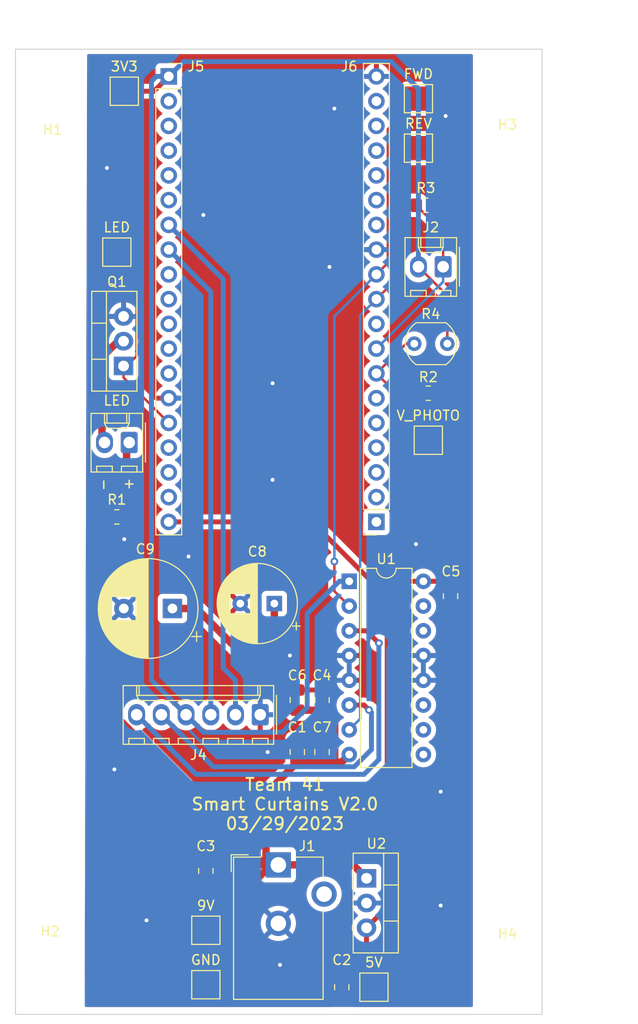
<source format=kicad_pcb>
(kicad_pcb (version 20211014) (generator pcbnew)
  (title_block (title "Smart Curtains") (date "2023-04-16") (rev "v2.0") (company "Davenport Konda Mauschbaugh Inc."))
  (layers (0 "F.Cu" signal) (31 "B.Cu" signal) (34 "B.Paste" user) (35 "F.Paste" user) (36 "B.SilkS" user "B.Silkscreen") (37 "F.SilkS" user "F.Silkscreen") (38 "B.Mask" user) (39 "F.Mask" user) (44 "Edge.Cuts" user))
  (net 0 "")
  (net 1 "+5V")
  (net 2 "GND")
  (net 3 "+9V")
  (net 4 "/FWD")
  (net 5 "/REV")
  (net 6 "/LED")
  (net 9 "/ENCODER2")
  (net 10 "/ENCODER1")
  (net 11 "+3V3")
  (net 12 "/V_PHOTO")
  (net 27 "Net-(J3-Pad1)")
  (net 28 "Net-(J3-Pad2)")
  (net 29 "Net-(J4-Pad5)")
  (net 30 "Net-(J4-Pad6)")
  (net 31 "Net-(R3-Pad1)")
  (footprint "Connector_Molex:Molex_KK-254_AE-6410-06A_1x06_P2.54mm_Vertical" (layer "F.Cu") (at 213.36 101.072 180)
    (fp_text reference "J4" (at 6.35 -4.12) (layer "F.SilkS"))
    (fp_text value "MOTOR")
    (pad "1" thru_hole roundrect (at 0 0 180) (size 1.74 2.19) (drill 1.19) (layers *.Cu *.Mask) (roundrect_rratio 0.1436781609) (net 2 "GND"))
    (pad "2" thru_hole oval (at 2.54 0 180) (size 1.74 2.19) (drill 1.19) (layers *.Cu *.Mask) (net 9 "/ENCODER2"))
    (pad "3" thru_hole oval (at 5.08 0 180) (size 1.74 2.19) (drill 1.19) (layers *.Cu *.Mask) (net 10 "/ENCODER1"))
    (pad "4" thru_hole oval (at 7.62 0 180) (size 1.74 2.19) (drill 1.19) (layers *.Cu *.Mask) (net 11 "+3V3"))
    (pad "5" thru_hole oval (at 10.16 0 180) (size 1.74 2.19) (drill 1.19) (layers *.Cu *.Mask) (net 29 "Net-(J4-Pad5)"))
    (pad "6" thru_hole oval (at 12.7 0 180) (size 1.74 2.19) (drill 1.19) (layers *.Cu *.Mask) (net 30 "Net-(J4-Pad6)"))
  )
  (footprint "Capacitor_THT:CP_Radial_D10.0mm_P5.00mm" (layer "F.Cu") (at 204.342248 90.17 180)
    (fp_text reference "C9" (at 2.794 6.096) (layer "F.SilkS"))
    (fp_text value "470u")
    (pad "1" thru_hole rect (at 0 0 180) (size 2 2) (drill 1) (layers *.Cu *.Mask) (net 3 "+9V"))
    (pad "2" thru_hole circle (at 5 0 180) (size 2 2) (drill 1) (layers *.Cu *.Mask) (net 2 "GND"))
  )
  (footprint "Capacitor_SMD:C_0805_2012Metric_Pad1.18x1.45mm_HandSolder" (layer "F.Cu") (at 207.772 117.094 -90)
    (fp_text reference "C3" (at -2.54 0) (layer "F.SilkS"))
    (fp_text value "0.33u")
    (pad "1" smd roundrect (at -1.0375 0 270) (size 1.175 1.45) (layers "F.Cu" "F.Paste" "F.Mask") (roundrect_rratio 0.2127659574) (net 3 "+9V"))
    (pad "2" smd roundrect (at 1.0375 0 270) (size 1.175 1.45) (layers "F.Cu" "F.Paste" "F.Mask") (roundrect_rratio 0.2127659574) (net 2 "GND"))
  )
  (footprint "TestPoint:TestPoint_Pad_2.5x2.5mm" (layer "F.Cu") (at 225.044 129.032)
    (fp_text reference "TP3" hide)
    (fp_text value "5V")
    (fp_text user "5V" (at 0 -2.54 unlocked) (layer "F.SilkS"))
    (pad "1" smd rect (at 0 0) (size 2.5 2.5) (layers "F.Cu" "F.Mask") (net 1 "+5V"))
  )
  (footprint "Capacitor_THT:CP_Radial_D8.0mm_P3.50mm" (layer "F.Cu") (at 214.808134 89.662 180)
    (fp_text reference "C8" (at 1.75 5.334) (layer "F.SilkS"))
    (fp_text value "220u")
    (pad "1" thru_hole rect (at 0 0 180) (size 1.6 1.6) (drill 0.8) (layers *.Cu *.Mask) (net 3 "+9V"))
    (pad "2" thru_hole circle (at 3.5 0 180) (size 1.6 1.6) (drill 0.8) (layers *.Cu *.Mask) (net 2 "GND"))
  )
  (footprint "TestPoint:TestPoint_Pad_2.5x2.5mm" (layer "F.Cu") (at 207.772 123.19)
    (fp_text reference "TP2" hide)
    (fp_text value "9V")
    (fp_text user "9V" (at 0 -2.54 unlocked) (layer "F.SilkS"))
    (pad "1" smd rect (at 0 0) (size 2.5 2.5) (layers "F.Cu" "F.Mask") (net 3 "+9V"))
  )
  (footprint "TestPoint:TestPoint_Pad_2.5x2.5mm" (layer "F.Cu") (at 230.632 72.898)
    (fp_text reference "TP8" hide)
    (fp_text value "V_PHOTO")
    (fp_text user "V_PHOTO" (at 0 -2.54 unlocked) (layer "F.SilkS"))
    (pad "1" smd rect (at 0 0) (size 2.5 2.5) (layers "F.Cu" "F.Mask") (net 12 "/V_PHOTO"))
  )
  (footprint "Package_DIP:DIP-16_W7.62mm" (layer "F.Cu") (at 222.504 87.376)
    (fp_text reference "U1" (at 3.81 -2.286 180) (layer "F.SilkS"))
    (fp_text value "L293D")
    (pad "1" thru_hole rect (at 0 0) (size 1.6 1.6) (drill 0.8) (layers *.Cu *.Mask) (net 11 "+3V3"))
    (pad "2" thru_hole oval (at 0 2.54) (size 1.6 1.6) (drill 0.8) (layers *.Cu *.Mask) (net 4 "/FWD"))
    (pad "3" thru_hole oval (at 0 5.08) (size 1.6 1.6) (drill 0.8) (layers *.Cu *.Mask) (net 30 "Net-(J4-Pad6)"))
    (pad "4" thru_hole oval (at 0 7.62) (size 1.6 1.6) (drill 0.8) (layers *.Cu *.Mask) (net 2 "GND"))
    (pad "5" thru_hole oval (at 0 10.16) (size 1.6 1.6) (drill 0.8) (layers *.Cu *.Mask) (net 2 "GND"))
    (pad "6" thru_hole oval (at 0 12.7) (size 1.6 1.6) (drill 0.8) (layers *.Cu *.Mask) (net 29 "Net-(J4-Pad5)"))
    (pad "7" thru_hole oval (at 0 15.24) (size 1.6 1.6) (drill 0.8) (layers *.Cu *.Mask) (net 5 "/REV"))
    (pad "8" thru_hole oval (at 0 17.78) (size 1.6 1.6) (drill 0.8) (layers *.Cu *.Mask) (net 3 "+9V"))
    (pad "9" thru_hole oval (at 7.62 17.78) (size 1.6 1.6) (drill 0.8) (layers *.Cu *.Mask))
    (pad "10" thru_hole oval (at 7.62 15.24) (size 1.6 1.6) (drill 0.8) (layers *.Cu *.Mask))
    (pad "11" thru_hole oval (at 7.62 12.7) (size 1.6 1.6) (drill 0.8) (layers *.Cu *.Mask))
    (pad "12" thru_hole oval (at 7.62 10.16) (size 1.6 1.6) (drill 0.8) (layers *.Cu *.Mask) (net 2 "GND"))
    (pad "13" thru_hole oval (at 7.62 7.62) (size 1.6 1.6) (drill 0.8) (layers *.Cu *.Mask) (net 2 "GND"))
    (pad "14" thru_hole oval (at 7.62 5.08) (size 1.6 1.6) (drill 0.8) (layers *.Cu *.Mask))
    (pad "15" thru_hole oval (at 7.62 2.54) (size 1.6 1.6) (drill 0.8) (layers *.Cu *.Mask))
    (pad "16" thru_hole oval (at 7.62 0) (size 1.6 1.6) (drill 0.8) (layers *.Cu *.Mask) (net 1 "+5V"))
  )
  (footprint "Capacitor_SMD:C_0805_2012Metric_Pad1.18x1.45mm_HandSolder" (layer "F.Cu") (at 217.17 104.902 90)
    (fp_text reference "C1" (at 2.54 0) (layer "F.SilkS"))
    (fp_text value "0.1u")
    (pad "1" smd roundrect (at -1.0375 0 90) (size 1.175 1.45) (layers "F.Cu" "F.Paste" "F.Mask") (roundrect_rratio 0.2127659574) (net 3 "+9V"))
    (pad "2" smd roundrect (at 1.0375 0 90) (size 1.175 1.45) (layers "F.Cu" "F.Paste" "F.Mask") (roundrect_rratio 0.2127659574) (net 2 "GND"))
  )
  (footprint "MountingHole:MountingHole_3.2mm_M3" (layer "F.Cu") (at 238.76 36.322 180)
    (fp_text reference "H3" (at 0 -4.2) (layer "F.SilkS"))
    (fp_text value "MountingHole")
    (pad "" np_thru_hole circle (at 0 0 180) (size 3.2 3.2) (drill 3.2) (layers *.Cu *.Mask))
  )
  (footprint "Resistor_SMD:R_0805_2012Metric_Pad1.20x1.40mm_HandSolder" (layer "F.Cu") (at 230.378 48.788)
    (fp_text reference "R3" (at 0 -1.778) (layer "F.SilkS"))
    (fp_text value "10k")
    (pad "1" smd roundrect (at -1 0) (size 1.2 1.4) (layers "F.Cu" "F.Paste" "F.Mask") (roundrect_rratio 0.2083333333) (net 31 "Net-(R3-Pad1)"))
    (pad "2" smd roundrect (at 1 0) (size 1.2 1.4) (layers "F.Cu" "F.Paste" "F.Mask") (roundrect_rratio 0.2083333333) (net 2 "GND"))
  )
  (footprint "TestPoint:TestPoint_Pad_2.5x2.5mm" (layer "F.Cu") (at 229.616 37.846)
    (fp_text reference "TP5" hide)
    (fp_text value "FWD")
    (fp_text user "FWD" (at 0 -2.518 unlocked) (layer "F.SilkS"))
    (pad "1" smd rect (at 0 0) (size 2.5 2.5) (layers "F.Cu" "F.Mask") (net 4 "/FWD"))
  )
  (footprint "Connector_PinSocket_2.54mm:PinSocket_1x19_P2.54mm_Vertical" (layer "F.Cu") (at 203.962 35.56)
    (fp_text reference "J5" (at 2.794 -1.016) (layer "F.SilkS"))
    (fp_text value "DEV BOARD LEFT")
    (pad "1" thru_hole rect (at 0 0) (size 1.7 1.7) (drill 1) (layers *.Cu *.Mask) (net 11 "+3V3"))
    (pad "2" thru_hole oval (at 0 2.54) (size 1.7 1.7) (drill 1) (layers *.Cu *.Mask))
    (pad "3" thru_hole oval (at 0 5.08) (size 1.7 1.7) (drill 1) (layers *.Cu *.Mask))
    (pad "4" thru_hole oval (at 0 7.62) (size 1.7 1.7) (drill 1) (layers *.Cu *.Mask))
    (pad "5" thru_hole oval (at 0 10.16) (size 1.7 1.7) (drill 1) (layers *.Cu *.Mask))
    (pad "6" thru_hole oval (at 0 12.7) (size 1.7 1.7) (drill 1) (layers *.Cu *.Mask))
    (pad "7" thru_hole oval (at 0 15.24) (size 1.7 1.7) (drill 1) (layers *.Cu *.Mask) (net 9 "/ENCODER2"))
    (pad "8" thru_hole oval (at 0 17.78) (size 1.7 1.7) (drill 1) (layers *.Cu *.Mask) (net 10 "/ENCODER1"))
    (pad "9" thru_hole oval (at 0 20.32) (size 1.7 1.7) (drill 1) (layers *.Cu *.Mask))
    (pad "10" thru_hole oval (at 0 22.86) (size 1.7 1.7) (drill 1) (layers *.Cu *.Mask))
    (pad "11" thru_hole oval (at 0 25.4) (size 1.7 1.7) (drill 1) (layers *.Cu *.Mask))
    (pad "12" thru_hole oval (at 0 27.94) (size 1.7 1.7) (drill 1) (layers *.Cu *.Mask))
    (pad "13" thru_hole oval (at 0 30.48) (size 1.7 1.7) (drill 1) (layers *.Cu *.Mask))
    (pad "14" thru_hole oval (at 0 33.02) (size 1.7 1.7) (drill 1) (layers *.Cu *.Mask) (net 2 "GND"))
    (pad "15" thru_hole oval (at 0 35.56) (size 1.7 1.7) (drill 1) (layers *.Cu *.Mask) (net 6 "/LED"))
    (pad "16" thru_hole oval (at 0 38.1) (size 1.7 1.7) (drill 1) (layers *.Cu *.Mask))
    (pad "17" thru_hole oval (at 0 40.64) (size 1.7 1.7) (drill 1) (layers *.Cu *.Mask))
    (pad "18" thru_hole oval (at 0 43.18) (size 1.7 1.7) (drill 1) (layers *.Cu *.Mask))
    (pad "19" thru_hole oval (at 0 45.72) (size 1.7 1.7) (drill 1) (layers *.Cu *.Mask) (net 1 "+5V"))
  )
  (footprint "Resistor_SMD:R_0805_2012Metric_Pad1.20x1.40mm_HandSolder" (layer "F.Cu") (at 230.632 68.072)
    (fp_text reference "R2" (at 0 -1.65) (layer "F.SilkS"))
    (fp_text value "3.3k")
    (pad "1" smd roundrect (at -1 0) (size 1.2 1.4) (layers "F.Cu" "F.Paste" "F.Mask") (roundrect_rratio 0.2083333333) (net 12 "/V_PHOTO"))
    (pad "2" smd roundrect (at 1 0) (size 1.2 1.4) (layers "F.Cu" "F.Paste" "F.Mask") (roundrect_rratio 0.2083333333) (net 2 "GND"))
  )
  (footprint "Connector_Molex:Molex_KK-254_AE-6410-02A_1x02_P2.54mm_Vertical" (layer "F.Cu") (at 232.156 55.098 180)
    (fp_text reference "J2" (at 1.27 4.044) (layer "F.SilkS"))
    (fp_text value "BUTTON")
    (pad "1" thru_hole roundrect (at 0 0 180) (size 1.74 2.19) (drill 1.19) (layers *.Cu *.Mask) (roundrect_rratio 0.1436781609) (net 31 "Net-(R3-Pad1)"))
    (pad "2" thru_hole oval (at 2.54 0 180) (size 1.74 2.19) (drill 1.19) (layers *.Cu *.Mask) (net 11 "+3V3"))
  )
  (footprint "Capacitor_SMD:C_0805_2012Metric_Pad1.18x1.45mm_HandSolder" (layer "F.Cu") (at 232.918 88.9 90)
    (fp_text reference "C5" (at 2.54 0.038) (layer "F.SilkS"))
    (fp_text value "1u")
    (pad "1" smd roundrect (at -1.0375 0 90) (size 1.175 1.45) (layers "F.Cu" "F.Paste" "F.Mask") (roundrect_rratio 0.2127659574) (net 2 "GND"))
    (pad "2" smd roundrect (at 1.0375 0 90) (size 1.175 1.45) (layers "F.Cu" "F.Paste" "F.Mask") (roundrect_rratio 0.2127659574) (net 1 "+5V"))
  )
  (footprint "Resistor_SMD:R_0805_2012Metric_Pad1.20x1.40mm_HandSolder" (layer "F.Cu") (at 198.628 80.772)
    (fp_text reference "R1" (at 0 -1.778) (layer "F.SilkS"))
    (fp_text value "100")
    (pad "1" smd roundrect (at -1 0) (size 1.2 1.4) (layers "F.Cu" "F.Paste" "F.Mask") (roundrect_rratio 0.2083333333) (net 3 "+9V"))
    (pad "2" smd roundrect (at 1 0) (size 1.2 1.4) (layers "F.Cu" "F.Paste" "F.Mask") (roundrect_rratio 0.2083333333) (net 27 "Net-(J3-Pad1)"))
  )
  (footprint "Package_TO_SOT_THT:TO-220-3_Vertical" (layer "F.Cu") (at 199.319 65.278 90)
    (fp_text reference "Q1" (at 8.636 -0.691) (layer "F.SilkS"))
    (fp_text value "FQP30N06L")
    (pad "1" thru_hole rect (at 0 0 90) (size 1.905 2) (drill 1.1) (layers *.Cu *.Mask) (net 6 "/LED"))
    (pad "2" thru_hole oval (at 2.54 0 90) (size 1.905 2) (drill 1.1) (layers *.Cu *.Mask) (net 28 "Net-(J3-Pad2)"))
    (pad "3" thru_hole oval (at 5.08 0 90) (size 1.905 2) (drill 1.1) (layers *.Cu *.Mask) (net 2 "GND"))
  )
  (footprint "Connector_PinSocket_2.54mm:PinSocket_1x19_P2.54mm_Vertical" (layer "F.Cu") (at 225.298 81.28 180)
    (fp_text reference "J6" (at 2.794 46.736) (layer "F.SilkS"))
    (fp_text value "DEV BOARD RIGHT")
    (pad "1" thru_hole rect (at 0 0 180) (size 1.7 1.7) (drill 1) (layers *.Cu *.Mask))
    (pad "2" thru_hole oval (at 0 2.54 180) (size 1.7 1.7) (drill 1) (layers *.Cu *.Mask))
    (pad "3" thru_hole oval (at 0 5.08 180) (size 1.7 1.7) (drill 1) (layers *.Cu *.Mask))
    (pad "4" thru_hole oval (at 0 7.62 180) (size 1.7 1.7) (drill 1) (layers *.Cu *.Mask))
    (pad "5" thru_hole oval (at 0 10.16 180) (size 1.7 1.7) (drill 1) (layers *.Cu *.Mask))
    (pad "6" thru_hole oval (at 0 12.7 180) (size 1.7 1.7) (drill 1) (layers *.Cu *.Mask))
    (pad "7" thru_hole oval (at 0 15.24 180) (size 1.7 1.7) (drill 1) (layers *.Cu *.Mask) (net 12 "/V_PHOTO"))
    (pad "8" thru_hole oval (at 0 17.78 180) (size 1.7 1.7) (drill 1) (layers *.Cu *.Mask) (net 31 "Net-(R3-Pad1)"))
    (pad "9" thru_hole oval (at 0 20.32 180) (size 1.7 1.7) (drill 1) (layers *.Cu *.Mask))
    (pad "10" thru_hole oval (at 0 22.86 180) (size 1.7 1.7) (drill 1) (layers *.Cu *.Mask) (net 5 "/REV"))
    (pad "11" thru_hole oval (at 0 25.4 180) (size 1.7 1.7) (drill 1) (layers *.Cu *.Mask) (net 4 "/FWD"))
    (pad "12" thru_hole oval (at 0 27.94 180) (size 1.7 1.7) (drill 1) (layers *.Cu *.Mask) (net 2 "GND"))
    (pad "13" thru_hole oval (at 0 30.48 180) (size 1.7 1.7) (drill 1) (layers *.Cu *.Mask))
    (pad "14" thru_hole oval (at 0 33.02 180) (size 1.7 1.7) (drill 1) (layers *.Cu *.Mask))
    (pad "15" thru_hole oval (at 0 35.56 180) (size 1.7 1.7) (drill 1) (layers *.Cu *.Mask))
    (pad "16" thru_hole oval (at 0 38.1 180) (size 1.7 1.7) (drill 1) (layers *.Cu *.Mask))
    (pad "17" thru_hole oval (at 0 40.64 180) (size 1.7 1.7) (drill 1) (layers *.Cu *.Mask))
    (pad "18" thru_hole oval (at 0 43.18 180) (size 1.7 1.7) (drill 1) (layers *.Cu *.Mask))
    (pad "19" thru_hole oval (at 0 45.72 180) (size 1.7 1.7) (drill 1) (layers *.Cu *.Mask) (net 2 "GND"))
  )
  (footprint "Capacitor_SMD:C_0805_2012Metric_Pad1.18x1.45mm_HandSolder" (layer "F.Cu") (at 219.71 99.568 90)
    (fp_text reference "C4" (at 2.547252 0) (layer "F.SilkS"))
    (fp_text value "1u")
    (pad "1" smd roundrect (at -1.0375 0 90) (size 1.175 1.45) (layers "F.Cu" "F.Paste" "F.Mask") (roundrect_rratio 0.2127659574) (net 3 "+9V"))
    (pad "2" smd roundrect (at 1.0375 0 90) (size 1.175 1.45) (layers "F.Cu" "F.Paste" "F.Mask") (roundrect_rratio 0.2127659574) (net 2 "GND"))
  )
  (footprint "Capacitor_SMD:C_0805_2012Metric_Pad1.18x1.45mm_HandSolder" (layer "F.Cu") (at 219.71 104.902 90)
    (fp_text reference "C7" (at 2.54 0) (layer "F.SilkS"))
    (fp_text value "10u")
    (pad "1" smd roundrect (at -1.0375 0 90) (size 1.175 1.45) (layers "F.Cu" "F.Paste" "F.Mask") (roundrect_rratio 0.2127659574) (net 3 "+9V"))
    (pad "2" smd roundrect (at 1.0375 0 90) (size 1.175 1.45) (layers "F.Cu" "F.Paste" "F.Mask") (roundrect_rratio 0.2127659574) (net 2 "GND"))
  )
  (footprint "OptoDevice:R_LDR_5.1x4.3mm_P3.4mm_Vertical" (layer "F.Cu") (at 232.586 62.992 180)
    (fp_text reference "R4" (at 1.7 3.048) (layer "F.SilkS"))
    (fp_text value "R_Photo")
    (pad "1" thru_hole circle (at 0 0 180) (size 1.5 1.5) (drill 0.8) (layers *.Cu *.Mask) (net 11 "+3V3"))
    (pad "2" thru_hole circle (at 3.4 0 180) (size 1.5 1.5) (drill 0.8) (layers *.Cu *.Mask) (net 12 "/V_PHOTO"))
  )
  (footprint "TestPoint:TestPoint_Pad_2.5x2.5mm" (layer "F.Cu") (at 199.39 37.084)
    (fp_text reference "TP4" hide)
    (fp_text value "3V3")
    (fp_text user "3V3" (at 0 -2.54 unlocked) (layer "F.SilkS"))
    (pad "1" smd rect (at 0 0) (size 2.5 2.5) (layers "F.Cu" "F.Mask") (net 11 "+3V3"))
  )
  (footprint "Package_TO_SOT_THT:TO-220-3_Vertical" (layer "F.Cu") (at 224.282 117.856 -90)
    (fp_text reference "U2" (at -3.556 -1.016 180) (layer "F.SilkS"))
    (fp_text value "L7805")
    (pad "1" thru_hole rect (at 0 0 270) (size 1.905 2) (drill 1.1) (layers *.Cu *.Mask) (net 3 "+9V"))
    (pad "2" thru_hole oval (at 2.54 0 270) (size 1.905 2) (drill 1.1) (layers *.Cu *.Mask) (net 2 "GND"))
    (pad "3" thru_hole oval (at 5.08 0 270) (size 1.905 2) (drill 1.1) (layers *.Cu *.Mask) (net 1 "+5V"))
  )
  (footprint "MountingHole:MountingHole_3.2mm_M3" (layer "F.Cu") (at 238.76 127.762)
    (fp_text reference "H4" (at 0 -4.2) (layer "F.SilkS"))
    (fp_text value "MountingHole")
    (pad "" np_thru_hole circle (at 0 0) (size 3.2 3.2) (drill 3.2) (layers *.Cu *.Mask))
  )
  (footprint "MountingHole:MountingHole_3.2mm_M3" (layer "F.Cu") (at 191.77 127.508)
    (fp_text reference "H2" (at 0 -4.2) (layer "F.SilkS"))
    (fp_text value "MountingHole")
    (pad "" np_thru_hole circle (at 0 0) (size 3.2 3.2) (drill 3.2) (layers *.Cu *.Mask))
  )
  (footprint "TestPoint:TestPoint_Pad_2.5x2.5mm" (layer "F.Cu") (at 207.772 128.778)
    (fp_text reference "TP1" hide)
    (fp_text value "GND")
    (fp_text user "GND" (at 0 -2.54 unlocked) (layer "F.SilkS"))
    (pad "1" smd rect (at 0 0) (size 2.5 2.5) (layers "F.Cu" "F.Mask") (net 2 "GND"))
  )
  (footprint "Connector_Molex:Molex_KK-254_AE-6410-02A_1x02_P2.54mm_Vertical" (layer "F.Cu") (at 199.898 73.132 180)
    (fp_text reference "J3" hide)
    (fp_text value "LED STRIP")
    (fp_text user "+" (at 0 -4.338 180 unlocked) (layer "F.SilkS"))
    (fp_text user "-" (at 2.54 -4.338 270 unlocked) (layer "F.SilkS"))
    (fp_text user "LED" (at 1.27 4.298 unlocked) (layer "F.SilkS"))
    (pad "1" thru_hole roundrect (at 0 0 180) (size 1.74 2.19) (drill 1.19) (layers *.Cu *.Mask) (roundrect_rratio 0.1436781609) (net 27 "Net-(J3-Pad1)"))
    (pad "2" thru_hole oval (at 2.54 0 180) (size 1.74 2.19) (drill 1.19) (layers *.Cu *.Mask) (net 28 "Net-(J3-Pad2)"))
  )
  (footprint "MountingHole:MountingHole_3.2mm_M3" (layer "F.Cu") (at 192.024 36.83 180)
    (fp_text reference "H1" (at 0 -4.2) (layer "F.SilkS"))
    (fp_text value "MountingHole")
    (pad "" np_thru_hole circle (at 0 0 180) (size 3.2 3.2) (drill 3.2) (layers *.Cu *.Mask))
  )
  (footprint "Capacitor_SMD:C_0805_2012Metric_Pad1.18x1.45mm_HandSolder" (layer "F.Cu") (at 221.742 129.032 -90)
    (fp_text reference "C2" (at -2.794 0) (layer "F.SilkS"))
    (fp_text value "0.1u")
    (pad "1" smd roundrect (at -1.0375 0 270) (size 1.175 1.45) (layers "F.Cu" "F.Paste" "F.Mask") (roundrect_rratio 0.2127659574) (net 1 "+5V"))
    (pad "2" smd roundrect (at 1.0375 0 270) (size 1.175 1.45) (layers "F.Cu" "F.Paste" "F.Mask") (roundrect_rratio 0.2127659574) (net 2 "GND"))
  )
  (footprint "TestPoint:TestPoint_Pad_2.5x2.5mm" (layer "F.Cu") (at 229.616 42.926)
    (fp_text reference "TP6" hide)
    (fp_text value "REV")
    (fp_text user "REV" (at 0 -2.518 unlocked) (layer "F.SilkS"))
    (pad "1" smd rect (at 0 0) (size 2.5 2.5) (layers "F.Cu" "F.Mask") (net 5 "/REV"))
  )
  (footprint "TestPoint:TestPoint_Pad_2.5x2.5mm" (layer "F.Cu") (at 198.628 53.594)
    (fp_text reference "TP7" hide)
    (fp_text value "LED")
    (fp_text user "LED" (at 0 -2.54 unlocked) (layer "F.SilkS"))
    (pad "1" smd rect (at 0 0) (size 2.5 2.5) (layers "F.Cu" "F.Mask") (net 6 "/LED"))
  )
  (footprint "Capacitor_SMD:C_0805_2012Metric_Pad1.18x1.45mm_HandSolder" (layer "F.Cu") (at 217.17 99.568 90)
    (fp_text reference "C6" (at 2.54 0) (layer "F.SilkS"))
    (fp_text value "1u")
    (pad "1" smd roundrect (at -1.0375 0 90) (size 1.175 1.45) (layers "F.Cu" "F.Paste" "F.Mask") (roundrect_rratio 0.2127659574) (net 3 "+9V"))
    (pad "2" smd roundrect (at 1.0375 0 90) (size 1.175 1.45) (layers "F.Cu" "F.Paste" "F.Mask") (roundrect_rratio 0.2127659574) (net 2 "GND"))
  )
  (footprint "Connector_BarrelJack:BarrelJack_CUI_PJ-102AH_Horizontal" (layer "F.Cu") (at 215.221 116.482)
    (fp_text reference "J1" (at 2.965 -1.928 180) (layer "F.SilkS"))
    (fp_text value "9V_IN")
    (pad "1" thru_hole rect (at 0 0) (size 2.6 2.6) (drill 1.6) (layers *.Cu *.Mask) (net 3 "+9V"))
    (pad "2" thru_hole circle (at 0 6) (size 2.6 2.6) (drill 1.6) (layers *.Cu *.Mask) (net 2 "GND"))
    (pad "3" thru_hole circle (at 4.7 3) (size 2.6 2.6) (drill 1.6) (layers *.Cu *.Mask))
  )
  (gr_rect (start 242.316 32.766) (end 188.214 131.826) (layer "Edge.Cuts") (width 0.1) (fill none))
  (gr_text "Team 41\nSmart Curtains V2.0\n03/29/2023\n\n" (at 215.9 111.252) (layer "F.SilkS") (effects (font (size 1.25 1.25) (thickness 0.2))))
  (segment (start 203.962 81.28) (end 218.678 81.28) (width 0.508) (layer "F.Cu") (net 1))
  (segment (start 224.0065 127.9945) (end 225.044 129.032) (width 0.508) (layer "F.Cu") (net 1))
  (segment (start 218.678 81.28) (end 224.774 87.376) (width 0.508) (layer "F.Cu") (net 1))
  (segment (start 221.742 127.9945) (end 224.0065 127.9945) (width 0.508) (layer "F.Cu") (net 1))
  (segment (start 226.406 120.812) (end 226.406 89.008) (width 0.508) (layer "F.Cu") (net 1))
  (segment (start 221.742 127.9945) (end 224.282 125.4545) (width 0.508) (layer "F.Cu") (net 1))
  (segment (start 226.406 89.008) (end 224.774 87.376) (width 0.508) (layer "F.Cu") (net 1))
  (segment (start 224.774 87.376) (end 230.124 87.376) (width 0.508) (layer "F.Cu") (net 1))
  (segment (start 230.124 87.376) (end 232.4315 87.376) (width 0.508) (layer "F.Cu") (net 1))
  (segment (start 232.4315 87.376) (end 232.918 87.8625) (width 0.508) (layer "F.Cu") (net 1))
  (segment (start 224.282 125.4545) (end 224.282 122.936) (width 0.508) (layer "F.Cu") (net 1))
  (segment (start 224.282 122.936) (end 226.406 120.812) (width 0.508) (layer "F.Cu") (net 1))
  (via (at 214.63 67.056) (size 0.8) (drill 0.4) (layers "F.Cu" "B.Cu") (net 2))
  (via (at 197.612 44.958) (size 0.8) (drill 0.4) (layers "F.Cu" "B.Cu") (net 2))
  (via (at 214.122 104.902) (size 0.8) (drill 0.4) (layers "F.Cu" "B.Cu") (net 2))
  (via (at 231.902 120.65) (size 0.8) (drill 0.4) (layers "F.Cu" "B.Cu") (net 2))
  (via (at 205.994 84.836) (size 0.8) (drill 0.4) (layers "F.Cu" "B.Cu") (net 2))
  (via (at 207.518 49.784) (size 0.8) (drill 0.4) (layers "F.Cu" "B.Cu") (net 2))
  (via (at 220.472 55.118) (size 0.8) (drill 0.4) (layers "F.Cu" "B.Cu") (net 2))
  (via (at 229.362 83.566) (size 0.8) (drill 0.4) (layers "F.Cu" "B.Cu") (net 2))
  (via (at 232.41 39.624) (size 0.8) (drill 0.4) (layers "F.Cu" "B.Cu") (net 2))
  (via (at 199.39 83.058) (size 0.8) (drill 0.4) (layers "F.Cu" "B.Cu") (net 2))
  (via (at 214.63 76.962) (size 0.8) (drill 0.4) (layers "F.Cu" "B.Cu") (net 2))
  (via (at 201.676 122.174) (size 0.8) (drill 0.4) (layers "F.Cu" "B.Cu") (net 2))
  (via (at 231.902 108.966) (size 0.8) (drill 0.4) (layers "F.Cu" "B.Cu") (net 2))
  (via (at 198.374 106.68) (size 0.8) (drill 0.4) (layers "F.Cu" "B.Cu") (net 2))
  (via (at 220.98 38.862) (size 0.8) (drill 0.4) (layers "F.Cu" "B.Cu") (net 2))
  (via (at 215.392 126.746) (size 0.8) (drill 0.4) (layers "F.Cu" "B.Cu") (net 2))
  (via (at 216.408 94.996) (size 0.8) (drill 0.4) (layers "F.Cu" "B.Cu") (net 2))
  (segment (start 217.17 100.518211) (end 214.808134 98.156345) (width 0.762) (layer "F.Cu") (net 3))
  (segment (start 213.951 109.1585) (end 217.17 105.9395) (width 0.762) (layer "F.Cu") (net 3))
  (segment (start 219.71 105.9395) (end 221.2125 105.9395) (width 0.762) (layer "F.Cu") (net 3))
  (segment (start 207.772 116.0565) (end 208.1975 116.482) (width 0.762) (layer "F.Cu") (net 3))
  (segment (start 217.17 100.6055) (end 219.71 100.6055) (width 0.762) (layer "F.Cu") (net 3))
  (segment (start 213.792976 116.482) (end 215.221 116.482) (width 0.762) (layer "F.Cu") (net 3))
  (segment (start 222.908 116.482) (end 224.282 117.856) (width 0.762) (layer "F.Cu") (net 3))
  (segment (start 221.016 101.9115) (end 221.016 105.743) (width 0.762) (layer "F.Cu") (net 3))
  (segment (start 214.48 116.482) (end 207.772 123.19) (width 0.762) (layer "F.Cu") (net 3))
  (segment (start 208.1975 116.482) (end 215.221 116.482) (width 0.762) (layer "F.Cu") (net 3))
  (segment (start 214.808134 98.156345) (end 214.808134 89.662) (width 0.762) (layer "F.Cu") (net 3))
  (segment (start 214.808134 98.156345) (end 206.821789 90.17) (width 0.762) (layer "F.Cu") (net 3))
  (segment (start 197.628 80.772) (end 197.628 100.317024) (width 0.762) (layer "F.Cu") (net 3))
  (segment (start 206.821789 90.17) (end 204.342248 90.17) (width 0.762) (layer "F.Cu") (net 3))
  (segment (start 215.221 116.482) (end 214.48 116.482) (width 0.762) (layer "F.Cu") (net 3))
  (segment (start 213.951 116.5035) (end 213.951 109.1585) (width 0.762) (layer "F.Cu") (net 3))
  (segment (start 217.17 100.6055) (end 217.17 100.518211) (width 0.762) (layer "F.Cu") (net 3))
  (segment (start 221.7205 105.9395) (end 222.504 105.156) (width 0.762) (layer "F.Cu") (net 3))
  (segment (start 217.17 105.9395) (end 219.71 105.9395) (width 0.762) (layer "F.Cu") (net 3))
  (segment (start 215.221 116.482) (end 222.908 116.482) (width 0.762) (layer "F.Cu") (net 3))
  (segment (start 221.016 105.743) (end 221.2125 105.9395) (width 0.762) (layer "F.Cu") (net 3))
  (segment (start 219.71 100.6055) (end 221.016 101.9115) (width 0.762) (layer "F.Cu") (net 3))
  (segment (start 197.628 100.317024) (end 213.792976 116.482) (width 0.762) (layer "F.Cu") (net 3))
  (segment (start 221.2125 105.9395) (end 221.7205 105.9395) (width 0.762) (layer "F.Cu") (net 3))
  (segment (start 229.616 37.846) (end 226.475 40.987) (width 0.254) (layer "F.Cu") (net 4))
  (segment (start 226.475 54.703) (end 225.298 55.88) (width 0.254) (layer "F.Cu") (net 4))
  (segment (start 220.98 88.392) (end 220.98 85.344) (width 0.254) (layer "F.Cu") (net 4))
  (segment (start 222.504 89.916) (end 220.98 88.392) (width 0.254) (layer "F.Cu") (net 4))
  (segment (start 226.475 40.987) (end 226.475 54.703) (width 0.254) (layer "F.Cu") (net 4))
  (via (at 220.98 85.344) (size 0.8) (drill 0.4) (layers "F.Cu" "B.Cu") (net 4))
  (segment (start 220.98 85.344) (end 220.98 60.198) (width 0.254) (layer "B.Cu") (net 4))
  (segment (start 220.98 60.198) (end 225.298 55.88) (width 0.254) (layer "B.Cu") (net 4))
  (segment (start 228.346 42.926) (end 229.616 42.926) (width 0.254) (layer "F.Cu") (net 5))
  (segment (start 227.076 56.642) (end 227.076 44.196) (width 0.254) (layer "F.Cu") (net 5))
  (segment (start 227.076 44.196) (end 228.346 42.926) (width 0.254) (layer "F.Cu") (net 5))
  (segment (start 225.298 58.42) (end 227.076 56.642) (width 0.254) (layer "F.Cu") (net 5))
  (segment (start 222.504 102.616) (end 223.631 101.489) (width 0.254) (layer "B.Cu") (net 5))
  (segment (start 223.631 101.489) (end 223.631 60.087) (width 0.254) (layer "B.Cu") (net 5))
  (segment (start 223.631 60.087) (end 225.298 58.42) (width 0.254) (layer "B.Cu") (net 5))
  (segment (start 200.66 55.626) (end 200.66 64.262) (width 0.254) (layer "F.Cu") (net 6))
  (segment (start 200.66 64.262) (end 199.644 65.278) (width 0.254) (layer "F.Cu") (net 6))
  (segment (start 198.628 53.594) (end 200.66 55.626) (width 0.254) (layer "F.Cu") (net 6))
  (segment (start 199.319 66.477) (end 199.319 65.278) (width 0.254) (layer "F.Cu") (net 6))
  (segment (start 203.962 71.12) (end 199.319 66.477) (width 0.254) (layer "F.Cu") (net 6))
  (segment (start 199.644 65.278) (end 199.319 65.278) (width 0.254) (layer "F.Cu") (net 6))
  (segment (start 203.962 50.8) (end 209.55 56.388) (width 0.508) (layer "B.Cu") (net 9))
  (segment (start 209.55 96.266) (end 210.82 97.536) (width 0.508) (layer "B.Cu") (net 9))
  (segment (start 210.82 97.536) (end 210.82 101.072) (width 0.508) (layer "B.Cu") (net 9))
  (segment (start 209.55 56.388) (end 209.55 96.266) (width 0.508) (layer "B.Cu") (net 9))
  (segment (start 208.28 57.658) (end 203.962 53.34) (width 0.508) (layer "B.Cu") (net 10))
  (segment (start 208.28 101.072) (end 208.28 57.658) (width 0.508) (layer "B.Cu") (net 10))
  (segment (start 199.39 37.084) (end 202.438 37.084) (width 0.508) (layer "F.Cu") (net 11))
  (segment (start 232.586 58.068) (end 229.616 55.098) (width 0.254) (layer "F.Cu") (net 11))
  (segment (start 202.438 37.084) (end 203.962 35.56) (width 0.508) (layer "F.Cu") (net 11))
  (segment (start 232.586 62.992) (end 232.586 58.068) (width 0.254) (layer "F.Cu") (net 11))
  (segment (start 205.74 101.072) (end 207.538 102.87) (width 0.508) (layer "B.Cu") (net 11))
  (segment (start 218.186 90.678) (end 221.488 87.376) (width 0.508) (layer "B.Cu") (net 11))
  (segment (start 229.616 36.83) (end 226.822 34.036) (width 0.508) (layer "B.Cu") (net 11))
  (segment (start 207.538 102.87) (end 215.646 102.87) (width 0.508) (layer "B.Cu") (net 11))
  (segment (start 202.184 97.516) (end 202.184 36.068) (width 0.508) (layer "B.Cu") (net 11))
  (segment (start 221.488 87.376) (end 222.504 87.376) (width 0.508) (layer "B.Cu") (net 11))
  (segment (start 205.74 101.072) (end 202.184 97.516) (width 0.508) (layer "B.Cu") (net 11))
  (segment (start 202.692 35.56) (end 203.962 35.56) (width 0.508) (layer "B.Cu") (net 11))
  (segment (start 205.486 34.036) (end 203.962 35.56) (width 0.508) (layer "B.Cu") (net 11))
  (segment (start 215.646 102.87) (end 218.186 100.33) (width 0.508) (layer "B.Cu") (net 11))
  (segment (start 202.184 36.068) (end 202.692 35.56) (width 0.508) (layer "B.Cu") (net 11))
  (segment (start 226.822 34.036) (end 205.486 34.036) (width 0.508) (layer "B.Cu") (net 11))
  (segment (start 229.616 55.098) (end 229.616 36.83) (width 0.508) (layer "B.Cu") (net 11))
  (segment (start 218.186 100.33) (end 218.186 90.678) (width 0.508) (layer "B.Cu") (net 11))
  (segment (start 229.632 68.072) (end 227.33 68.072) (width 0.254) (layer "F.Cu") (net 12))
  (segment (start 228.346 62.992) (end 229.186 62.992) (width 0.254) (layer "F.Cu") (net 12))
  (segment (start 227.33 68.072) (end 225.298 66.04) (width 0.254) (layer "F.Cu") (net 12))
  (segment (start 230.632 69.072) (end 229.632 68.072) (width 0.254) (layer "F.Cu") (net 12))
  (segment (start 230.632 72.898) (end 230.632 69.072) (width 0.254) (layer "F.Cu") (net 12))
  (segment (start 225.298 66.04) (end 228.346 62.992) (width 0.254) (layer "F.Cu") (net 12))
  (segment (start 199.628 80.772) (end 199.628 73.148) (width 0.762) (layer "F.Cu") (net 27))
  (segment (start 199.628 73.148) (end 199.644 73.132) (width 0.762) (layer "F.Cu") (net 27))
  (segment (start 198.7445 62.738) (end 199.319 62.738) (width 0.762) (layer "F.Cu") (net 28))
  (segment (start 197.104 64.3785) (end 198.7445 62.738) (width 0.762) (layer "F.Cu") (net 28))
  (segment (start 197.104 73.132) (end 197.104 64.3785) (width 0.762) (layer "F.Cu") (net 28))
  (segment (start 224.028 100.076) (end 222.504 100.076) (width 0.508) (layer "F.Cu") (net 29))
  (segment (start 224.536 100.584) (end 224.028 100.076) (width 0.508) (layer "F.Cu") (net 29))
  (via (at 224.536 100.584) (size 0.8) (drill 0.4) (layers "F.Cu" "B.Cu") (net 29))
  (segment (start 203.2 101.072) (end 208.538 106.41) (width 0.508) (layer "B.Cu") (net 29))
  (segment (start 208.538 106.41) (end 223.023424 106.41) (width 0.508) (layer "B.Cu") (net 29))
  (segment (start 224.79 100.838) (end 224.536 100.584) (width 0.508) (layer "B.Cu") (net 29))
  (segment (start 224.79 104.643424) (end 224.79 100.838) (width 0.508) (layer "B.Cu") (net 29))
  (segment (start 223.023424 106.41) (end 224.79 104.643424) (width 0.508) (layer "B.Cu") (net 29))
  (segment (start 224.282 92.456) (end 222.504 92.456) (width 0.508) (layer "F.Cu") (net 30))
  (segment (start 225.552 93.726) (end 224.282 92.456) (width 0.508) (layer "F.Cu") (net 30))
  (via (at 225.552 93.726) (size 0.8) (drill 0.4) (layers "F.Cu" "B.Cu") (net 30))
  (segment (start 200.66 101.072) (end 206.776 107.188) (width 0.508) (layer "B.Cu") (net 30))
  (segment (start 206.776 107.188) (end 224.028 107.188) (width 0.508) (layer "B.Cu") (net 30))
  (segment (start 224.028 107.188) (end 225.552 105.664) (width 0.508) (layer "B.Cu") (net 30))
  (segment (start 225.552 105.664) (end 225.552 93.726) (width 0.508) (layer "B.Cu") (net 30))
  (segment (start 232.156 51.566) (end 229.378 48.788) (width 0.254) (layer "F.Cu") (net 31))
  (segment (start 232.156 55.098) (end 232.156 51.566) (width 0.254) (layer "F.Cu") (net 31))
  (segment (start 232.156 56.642) (end 232.156 55.098) (width 0.254) (layer "B.Cu") (net 31))
  (segment (start 225.298 63.5) (end 232.156 56.642) (width 0.254) (layer "B.Cu") (net 31))
  (zone (net 2) (net_name "GND") (layers F&B.Cu) (connect_pads (clearance 0.508)) (min_thickness 0.254) (fill yes (thermal_gap 0.508) (thermal_bridge_width 0.508))
    (polygon (pts (xy 235.204 131.064) (xy 195.326 131.064) (xy 195.58 33.274) (xy 235.204 33.02)))
  )
)
</source>
